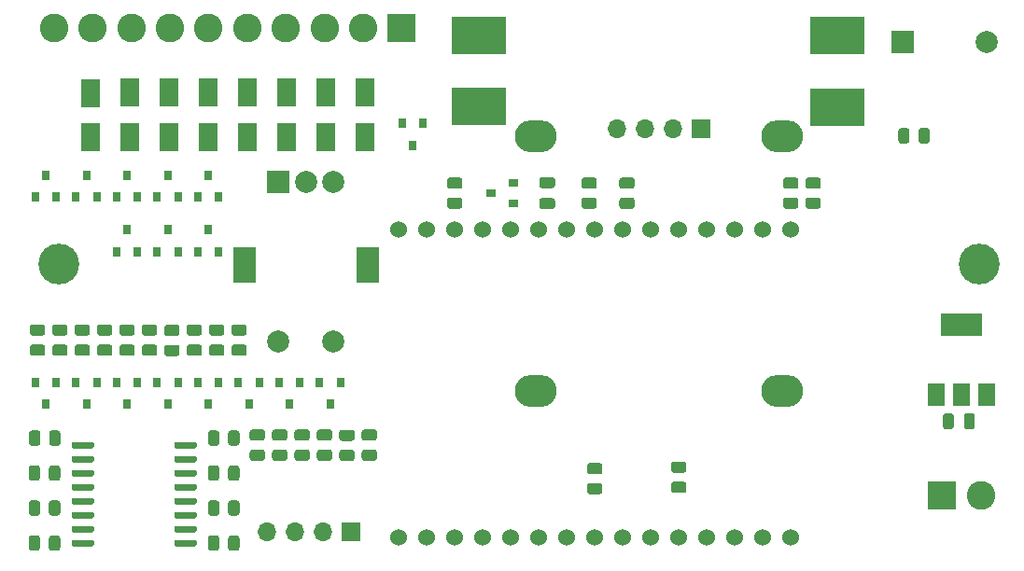
<source format=gts>
G04 #@! TF.GenerationSoftware,KiCad,Pcbnew,5.1.12-84ad8e8a86~92~ubuntu20.04.1*
G04 #@! TF.CreationDate,2022-01-09T20:13:27+01:00*
G04 #@! TF.ProjectId,ESPHome-Thermostat-pcb,45535048-6f6d-4652-9d54-6865726d6f73,1.0*
G04 #@! TF.SameCoordinates,Original*
G04 #@! TF.FileFunction,Soldermask,Top*
G04 #@! TF.FilePolarity,Negative*
%FSLAX46Y46*%
G04 Gerber Fmt 4.6, Leading zero omitted, Abs format (unit mm)*
G04 Created by KiCad (PCBNEW 5.1.12-84ad8e8a86~92~ubuntu20.04.1) date 2022-01-09 20:13:27*
%MOMM*%
%LPD*%
G01*
G04 APERTURE LIST*
%ADD10C,3.700000*%
%ADD11O,1.700000X1.700000*%
%ADD12R,1.700000X1.700000*%
%ADD13R,0.800000X0.900000*%
%ADD14C,2.600000*%
%ADD15R,2.600000X2.600000*%
%ADD16R,1.500000X2.000000*%
%ADD17R,3.800000X2.000000*%
%ADD18R,0.900000X0.800000*%
%ADD19R,1.800000X2.500000*%
%ADD20C,2.000000*%
%ADD21R,2.000000X2.000000*%
%ADD22R,5.000000X3.500000*%
%ADD23O,3.800000X2.900000*%
%ADD24C,1.524000*%
%ADD25R,2.000000X3.200000*%
G04 APERTURE END LIST*
D10*
X136750000Y-76500000D03*
X53250000Y-76500000D03*
D11*
X72136000Y-100838000D03*
X74676000Y-100838000D03*
X77216000Y-100838000D03*
D12*
X79756000Y-100838000D03*
G36*
G01*
X102304002Y-95612000D02*
X101403998Y-95612000D01*
G75*
G02*
X101154000Y-95362002I0J249998D01*
G01*
X101154000Y-94836998D01*
G75*
G02*
X101403998Y-94587000I249998J0D01*
G01*
X102304002Y-94587000D01*
G75*
G02*
X102554000Y-94836998I0J-249998D01*
G01*
X102554000Y-95362002D01*
G75*
G02*
X102304002Y-95612000I-249998J0D01*
G01*
G37*
G36*
G01*
X102304002Y-97437000D02*
X101403998Y-97437000D01*
G75*
G02*
X101154000Y-97187002I0J249998D01*
G01*
X101154000Y-96661998D01*
G75*
G02*
X101403998Y-96412000I249998J0D01*
G01*
X102304002Y-96412000D01*
G75*
G02*
X102554000Y-96661998I0J-249998D01*
G01*
X102554000Y-97187002D01*
G75*
G02*
X102304002Y-97437000I-249998J0D01*
G01*
G37*
G36*
G01*
X109023998Y-96285000D02*
X109924002Y-96285000D01*
G75*
G02*
X110174000Y-96534998I0J-249998D01*
G01*
X110174000Y-97060002D01*
G75*
G02*
X109924002Y-97310000I-249998J0D01*
G01*
X109023998Y-97310000D01*
G75*
G02*
X108774000Y-97060002I0J249998D01*
G01*
X108774000Y-96534998D01*
G75*
G02*
X109023998Y-96285000I249998J0D01*
G01*
G37*
G36*
G01*
X109023998Y-94460000D02*
X109924002Y-94460000D01*
G75*
G02*
X110174000Y-94709998I0J-249998D01*
G01*
X110174000Y-95235002D01*
G75*
G02*
X109924002Y-95485000I-249998J0D01*
G01*
X109023998Y-95485000D01*
G75*
G02*
X108774000Y-95235002I0J249998D01*
G01*
X108774000Y-94709998D01*
G75*
G02*
X109023998Y-94460000I249998J0D01*
G01*
G37*
G36*
G01*
X89604002Y-69704000D02*
X88703998Y-69704000D01*
G75*
G02*
X88454000Y-69454002I0J249998D01*
G01*
X88454000Y-68928998D01*
G75*
G02*
X88703998Y-68679000I249998J0D01*
G01*
X89604002Y-68679000D01*
G75*
G02*
X89854000Y-68928998I0J-249998D01*
G01*
X89854000Y-69454002D01*
G75*
G02*
X89604002Y-69704000I-249998J0D01*
G01*
G37*
G36*
G01*
X89604002Y-71529000D02*
X88703998Y-71529000D01*
G75*
G02*
X88454000Y-71279002I0J249998D01*
G01*
X88454000Y-70753998D01*
G75*
G02*
X88703998Y-70504000I249998J0D01*
G01*
X89604002Y-70504000D01*
G75*
G02*
X89854000Y-70753998I0J-249998D01*
G01*
X89854000Y-71279002D01*
G75*
G02*
X89604002Y-71529000I-249998J0D01*
G01*
G37*
D13*
X85344000Y-65770000D03*
X84394000Y-63770000D03*
X86294000Y-63770000D03*
G36*
G01*
X121215998Y-70504000D02*
X122116002Y-70504000D01*
G75*
G02*
X122366000Y-70753998I0J-249998D01*
G01*
X122366000Y-71279002D01*
G75*
G02*
X122116002Y-71529000I-249998J0D01*
G01*
X121215998Y-71529000D01*
G75*
G02*
X120966000Y-71279002I0J249998D01*
G01*
X120966000Y-70753998D01*
G75*
G02*
X121215998Y-70504000I249998J0D01*
G01*
G37*
G36*
G01*
X121215998Y-68679000D02*
X122116002Y-68679000D01*
G75*
G02*
X122366000Y-68928998I0J-249998D01*
G01*
X122366000Y-69454002D01*
G75*
G02*
X122116002Y-69704000I-249998J0D01*
G01*
X121215998Y-69704000D01*
G75*
G02*
X120966000Y-69454002I0J249998D01*
G01*
X120966000Y-68928998D01*
G75*
G02*
X121215998Y-68679000I249998J0D01*
G01*
G37*
G36*
G01*
X120084002Y-69704000D02*
X119183998Y-69704000D01*
G75*
G02*
X118934000Y-69454002I0J249998D01*
G01*
X118934000Y-68928998D01*
G75*
G02*
X119183998Y-68679000I249998J0D01*
G01*
X120084002Y-68679000D01*
G75*
G02*
X120334000Y-68928998I0J-249998D01*
G01*
X120334000Y-69454002D01*
G75*
G02*
X120084002Y-69704000I-249998J0D01*
G01*
G37*
G36*
G01*
X120084002Y-71529000D02*
X119183998Y-71529000D01*
G75*
G02*
X118934000Y-71279002I0J249998D01*
G01*
X118934000Y-70753998D01*
G75*
G02*
X119183998Y-70504000I249998J0D01*
G01*
X120084002Y-70504000D01*
G75*
G02*
X120334000Y-70753998I0J-249998D01*
G01*
X120334000Y-71279002D01*
G75*
G02*
X120084002Y-71529000I-249998J0D01*
G01*
G37*
G36*
G01*
X101796002Y-69704000D02*
X100895998Y-69704000D01*
G75*
G02*
X100646000Y-69454002I0J249998D01*
G01*
X100646000Y-68928998D01*
G75*
G02*
X100895998Y-68679000I249998J0D01*
G01*
X101796002Y-68679000D01*
G75*
G02*
X102046000Y-68928998I0J-249998D01*
G01*
X102046000Y-69454002D01*
G75*
G02*
X101796002Y-69704000I-249998J0D01*
G01*
G37*
G36*
G01*
X101796002Y-71529000D02*
X100895998Y-71529000D01*
G75*
G02*
X100646000Y-71279002I0J249998D01*
G01*
X100646000Y-70753998D01*
G75*
G02*
X100895998Y-70504000I249998J0D01*
G01*
X101796002Y-70504000D01*
G75*
G02*
X102046000Y-70753998I0J-249998D01*
G01*
X102046000Y-71279002D01*
G75*
G02*
X101796002Y-71529000I-249998J0D01*
G01*
G37*
G36*
G01*
X105225002Y-69704000D02*
X104324998Y-69704000D01*
G75*
G02*
X104075000Y-69454002I0J249998D01*
G01*
X104075000Y-68928998D01*
G75*
G02*
X104324998Y-68679000I249998J0D01*
G01*
X105225002Y-68679000D01*
G75*
G02*
X105475000Y-68928998I0J-249998D01*
G01*
X105475000Y-69454002D01*
G75*
G02*
X105225002Y-69704000I-249998J0D01*
G01*
G37*
G36*
G01*
X105225002Y-71529000D02*
X104324998Y-71529000D01*
G75*
G02*
X104075000Y-71279002I0J249998D01*
G01*
X104075000Y-70753998D01*
G75*
G02*
X104324998Y-70504000I249998J0D01*
G01*
X105225002Y-70504000D01*
G75*
G02*
X105475000Y-70753998I0J-249998D01*
G01*
X105475000Y-71279002D01*
G75*
G02*
X105225002Y-71529000I-249998J0D01*
G01*
G37*
G36*
G01*
X51566500Y-91878998D02*
X51566500Y-92779002D01*
G75*
G02*
X51316502Y-93029000I-249998J0D01*
G01*
X50791498Y-93029000D01*
G75*
G02*
X50541500Y-92779002I0J249998D01*
G01*
X50541500Y-91878998D01*
G75*
G02*
X50791498Y-91629000I249998J0D01*
G01*
X51316502Y-91629000D01*
G75*
G02*
X51566500Y-91878998I0J-249998D01*
G01*
G37*
G36*
G01*
X53391500Y-91878998D02*
X53391500Y-92779002D01*
G75*
G02*
X53141502Y-93029000I-249998J0D01*
G01*
X52616498Y-93029000D01*
G75*
G02*
X52366500Y-92779002I0J249998D01*
G01*
X52366500Y-91878998D01*
G75*
G02*
X52616498Y-91629000I249998J0D01*
G01*
X53141502Y-91629000D01*
G75*
G02*
X53391500Y-91878998I0J-249998D01*
G01*
G37*
G36*
G01*
X65982002Y-83039000D02*
X65081998Y-83039000D01*
G75*
G02*
X64832000Y-82789002I0J249998D01*
G01*
X64832000Y-82263998D01*
G75*
G02*
X65081998Y-82014000I249998J0D01*
G01*
X65982002Y-82014000D01*
G75*
G02*
X66232000Y-82263998I0J-249998D01*
G01*
X66232000Y-82789002D01*
G75*
G02*
X65982002Y-83039000I-249998J0D01*
G01*
G37*
G36*
G01*
X65982002Y-84864000D02*
X65081998Y-84864000D01*
G75*
G02*
X64832000Y-84614002I0J249998D01*
G01*
X64832000Y-84088998D01*
G75*
G02*
X65081998Y-83839000I249998J0D01*
G01*
X65982002Y-83839000D01*
G75*
G02*
X66232000Y-84088998I0J-249998D01*
G01*
X66232000Y-84614002D01*
G75*
G02*
X65982002Y-84864000I-249998J0D01*
G01*
G37*
G36*
G01*
X63049998Y-83862500D02*
X63950002Y-83862500D01*
G75*
G02*
X64200000Y-84112498I0J-249998D01*
G01*
X64200000Y-84637502D01*
G75*
G02*
X63950002Y-84887500I-249998J0D01*
G01*
X63049998Y-84887500D01*
G75*
G02*
X62800000Y-84637502I0J249998D01*
G01*
X62800000Y-84112498D01*
G75*
G02*
X63049998Y-83862500I249998J0D01*
G01*
G37*
G36*
G01*
X63049998Y-82037500D02*
X63950002Y-82037500D01*
G75*
G02*
X64200000Y-82287498I0J-249998D01*
G01*
X64200000Y-82812502D01*
G75*
G02*
X63950002Y-83062500I-249998J0D01*
G01*
X63049998Y-83062500D01*
G75*
G02*
X62800000Y-82812502I0J249998D01*
G01*
X62800000Y-82287498D01*
G75*
G02*
X63049998Y-82037500I249998J0D01*
G01*
G37*
G36*
G01*
X68599000Y-92779002D02*
X68599000Y-91878998D01*
G75*
G02*
X68848998Y-91629000I249998J0D01*
G01*
X69374002Y-91629000D01*
G75*
G02*
X69624000Y-91878998I0J-249998D01*
G01*
X69624000Y-92779002D01*
G75*
G02*
X69374002Y-93029000I-249998J0D01*
G01*
X68848998Y-93029000D01*
G75*
G02*
X68599000Y-92779002I0J249998D01*
G01*
G37*
G36*
G01*
X66774000Y-92779002D02*
X66774000Y-91878998D01*
G75*
G02*
X67023998Y-91629000I249998J0D01*
G01*
X67549002Y-91629000D01*
G75*
G02*
X67799000Y-91878998I0J-249998D01*
G01*
X67799000Y-92779002D01*
G75*
G02*
X67549002Y-93029000I-249998J0D01*
G01*
X67023998Y-93029000D01*
G75*
G02*
X66774000Y-92779002I0J249998D01*
G01*
G37*
G36*
G01*
X70046002Y-83039000D02*
X69145998Y-83039000D01*
G75*
G02*
X68896000Y-82789002I0J249998D01*
G01*
X68896000Y-82263998D01*
G75*
G02*
X69145998Y-82014000I249998J0D01*
G01*
X70046002Y-82014000D01*
G75*
G02*
X70296000Y-82263998I0J-249998D01*
G01*
X70296000Y-82789002D01*
G75*
G02*
X70046002Y-83039000I-249998J0D01*
G01*
G37*
G36*
G01*
X70046002Y-84864000D02*
X69145998Y-84864000D01*
G75*
G02*
X68896000Y-84614002I0J249998D01*
G01*
X68896000Y-84088998D01*
G75*
G02*
X69145998Y-83839000I249998J0D01*
G01*
X70046002Y-83839000D01*
G75*
G02*
X70296000Y-84088998I0J-249998D01*
G01*
X70296000Y-84614002D01*
G75*
G02*
X70046002Y-84864000I-249998J0D01*
G01*
G37*
G36*
G01*
X67113998Y-83839000D02*
X68014002Y-83839000D01*
G75*
G02*
X68264000Y-84088998I0J-249998D01*
G01*
X68264000Y-84614002D01*
G75*
G02*
X68014002Y-84864000I-249998J0D01*
G01*
X67113998Y-84864000D01*
G75*
G02*
X66864000Y-84614002I0J249998D01*
G01*
X66864000Y-84088998D01*
G75*
G02*
X67113998Y-83839000I249998J0D01*
G01*
G37*
G36*
G01*
X67113998Y-82014000D02*
X68014002Y-82014000D01*
G75*
G02*
X68264000Y-82263998I0J-249998D01*
G01*
X68264000Y-82789002D01*
G75*
G02*
X68014002Y-83039000I-249998J0D01*
G01*
X67113998Y-83039000D01*
G75*
G02*
X66864000Y-82789002I0J249998D01*
G01*
X66864000Y-82263998D01*
G75*
G02*
X67113998Y-82014000I249998J0D01*
G01*
G37*
G36*
G01*
X68599000Y-95954002D02*
X68599000Y-95053998D01*
G75*
G02*
X68848998Y-94804000I249998J0D01*
G01*
X69374002Y-94804000D01*
G75*
G02*
X69624000Y-95053998I0J-249998D01*
G01*
X69624000Y-95954002D01*
G75*
G02*
X69374002Y-96204000I-249998J0D01*
G01*
X68848998Y-96204000D01*
G75*
G02*
X68599000Y-95954002I0J249998D01*
G01*
G37*
G36*
G01*
X66774000Y-95954002D02*
X66774000Y-95053998D01*
G75*
G02*
X67023998Y-94804000I249998J0D01*
G01*
X67549002Y-94804000D01*
G75*
G02*
X67799000Y-95053998I0J-249998D01*
G01*
X67799000Y-95954002D01*
G75*
G02*
X67549002Y-96204000I-249998J0D01*
G01*
X67023998Y-96204000D01*
G75*
G02*
X66774000Y-95954002I0J249998D01*
G01*
G37*
G36*
G01*
X51543000Y-101403998D02*
X51543000Y-102304002D01*
G75*
G02*
X51293002Y-102554000I-249998J0D01*
G01*
X50767998Y-102554000D01*
G75*
G02*
X50518000Y-102304002I0J249998D01*
G01*
X50518000Y-101403998D01*
G75*
G02*
X50767998Y-101154000I249998J0D01*
G01*
X51293002Y-101154000D01*
G75*
G02*
X51543000Y-101403998I0J-249998D01*
G01*
G37*
G36*
G01*
X53368000Y-101403998D02*
X53368000Y-102304002D01*
G75*
G02*
X53118002Y-102554000I-249998J0D01*
G01*
X52592998Y-102554000D01*
G75*
G02*
X52343000Y-102304002I0J249998D01*
G01*
X52343000Y-101403998D01*
G75*
G02*
X52592998Y-101154000I249998J0D01*
G01*
X53118002Y-101154000D01*
G75*
G02*
X53368000Y-101403998I0J-249998D01*
G01*
G37*
G36*
G01*
X72828998Y-93364000D02*
X73729002Y-93364000D01*
G75*
G02*
X73979000Y-93613998I0J-249998D01*
G01*
X73979000Y-94139002D01*
G75*
G02*
X73729002Y-94389000I-249998J0D01*
G01*
X72828998Y-94389000D01*
G75*
G02*
X72579000Y-94139002I0J249998D01*
G01*
X72579000Y-93613998D01*
G75*
G02*
X72828998Y-93364000I249998J0D01*
G01*
G37*
G36*
G01*
X72828998Y-91539000D02*
X73729002Y-91539000D01*
G75*
G02*
X73979000Y-91788998I0J-249998D01*
G01*
X73979000Y-92314002D01*
G75*
G02*
X73729002Y-92564000I-249998J0D01*
G01*
X72828998Y-92564000D01*
G75*
G02*
X72579000Y-92314002I0J249998D01*
G01*
X72579000Y-91788998D01*
G75*
G02*
X72828998Y-91539000I249998J0D01*
G01*
G37*
G36*
G01*
X71697002Y-92564000D02*
X70796998Y-92564000D01*
G75*
G02*
X70547000Y-92314002I0J249998D01*
G01*
X70547000Y-91788998D01*
G75*
G02*
X70796998Y-91539000I249998J0D01*
G01*
X71697002Y-91539000D01*
G75*
G02*
X71947000Y-91788998I0J-249998D01*
G01*
X71947000Y-92314002D01*
G75*
G02*
X71697002Y-92564000I-249998J0D01*
G01*
G37*
G36*
G01*
X71697002Y-94389000D02*
X70796998Y-94389000D01*
G75*
G02*
X70547000Y-94139002I0J249998D01*
G01*
X70547000Y-93613998D01*
G75*
G02*
X70796998Y-93364000I249998J0D01*
G01*
X71697002Y-93364000D01*
G75*
G02*
X71947000Y-93613998I0J-249998D01*
G01*
X71947000Y-94139002D01*
G75*
G02*
X71697002Y-94389000I-249998J0D01*
G01*
G37*
G36*
G01*
X53790002Y-83039000D02*
X52889998Y-83039000D01*
G75*
G02*
X52640000Y-82789002I0J249998D01*
G01*
X52640000Y-82263998D01*
G75*
G02*
X52889998Y-82014000I249998J0D01*
G01*
X53790002Y-82014000D01*
G75*
G02*
X54040000Y-82263998I0J-249998D01*
G01*
X54040000Y-82789002D01*
G75*
G02*
X53790002Y-83039000I-249998J0D01*
G01*
G37*
G36*
G01*
X53790002Y-84864000D02*
X52889998Y-84864000D01*
G75*
G02*
X52640000Y-84614002I0J249998D01*
G01*
X52640000Y-84088998D01*
G75*
G02*
X52889998Y-83839000I249998J0D01*
G01*
X53790002Y-83839000D01*
G75*
G02*
X54040000Y-84088998I0J-249998D01*
G01*
X54040000Y-84614002D01*
G75*
G02*
X53790002Y-84864000I-249998J0D01*
G01*
G37*
G36*
G01*
X50857998Y-83839000D02*
X51758002Y-83839000D01*
G75*
G02*
X52008000Y-84088998I0J-249998D01*
G01*
X52008000Y-84614002D01*
G75*
G02*
X51758002Y-84864000I-249998J0D01*
G01*
X50857998Y-84864000D01*
G75*
G02*
X50608000Y-84614002I0J249998D01*
G01*
X50608000Y-84088998D01*
G75*
G02*
X50857998Y-83839000I249998J0D01*
G01*
G37*
G36*
G01*
X50857998Y-82014000D02*
X51758002Y-82014000D01*
G75*
G02*
X52008000Y-82263998I0J-249998D01*
G01*
X52008000Y-82789002D01*
G75*
G02*
X51758002Y-83039000I-249998J0D01*
G01*
X50857998Y-83039000D01*
G75*
G02*
X50608000Y-82789002I0J249998D01*
G01*
X50608000Y-82263998D01*
G75*
G02*
X50857998Y-82014000I249998J0D01*
G01*
G37*
G36*
G01*
X51543000Y-98228998D02*
X51543000Y-99129002D01*
G75*
G02*
X51293002Y-99379000I-249998J0D01*
G01*
X50767998Y-99379000D01*
G75*
G02*
X50518000Y-99129002I0J249998D01*
G01*
X50518000Y-98228998D01*
G75*
G02*
X50767998Y-97979000I249998J0D01*
G01*
X51293002Y-97979000D01*
G75*
G02*
X51543000Y-98228998I0J-249998D01*
G01*
G37*
G36*
G01*
X53368000Y-98228998D02*
X53368000Y-99129002D01*
G75*
G02*
X53118002Y-99379000I-249998J0D01*
G01*
X52592998Y-99379000D01*
G75*
G02*
X52343000Y-99129002I0J249998D01*
G01*
X52343000Y-98228998D01*
G75*
G02*
X52592998Y-97979000I249998J0D01*
G01*
X53118002Y-97979000D01*
G75*
G02*
X53368000Y-98228998I0J-249998D01*
G01*
G37*
G36*
G01*
X68599000Y-99129002D02*
X68599000Y-98228998D01*
G75*
G02*
X68848998Y-97979000I249998J0D01*
G01*
X69374002Y-97979000D01*
G75*
G02*
X69624000Y-98228998I0J-249998D01*
G01*
X69624000Y-99129002D01*
G75*
G02*
X69374002Y-99379000I-249998J0D01*
G01*
X68848998Y-99379000D01*
G75*
G02*
X68599000Y-99129002I0J249998D01*
G01*
G37*
G36*
G01*
X66774000Y-99129002D02*
X66774000Y-98228998D01*
G75*
G02*
X67023998Y-97979000I249998J0D01*
G01*
X67549002Y-97979000D01*
G75*
G02*
X67799000Y-98228998I0J-249998D01*
G01*
X67799000Y-99129002D01*
G75*
G02*
X67549002Y-99379000I-249998J0D01*
G01*
X67023998Y-99379000D01*
G75*
G02*
X66774000Y-99129002I0J249998D01*
G01*
G37*
G36*
G01*
X57854002Y-83039000D02*
X56953998Y-83039000D01*
G75*
G02*
X56704000Y-82789002I0J249998D01*
G01*
X56704000Y-82263998D01*
G75*
G02*
X56953998Y-82014000I249998J0D01*
G01*
X57854002Y-82014000D01*
G75*
G02*
X58104000Y-82263998I0J-249998D01*
G01*
X58104000Y-82789002D01*
G75*
G02*
X57854002Y-83039000I-249998J0D01*
G01*
G37*
G36*
G01*
X57854002Y-84864000D02*
X56953998Y-84864000D01*
G75*
G02*
X56704000Y-84614002I0J249998D01*
G01*
X56704000Y-84088998D01*
G75*
G02*
X56953998Y-83839000I249998J0D01*
G01*
X57854002Y-83839000D01*
G75*
G02*
X58104000Y-84088998I0J-249998D01*
G01*
X58104000Y-84614002D01*
G75*
G02*
X57854002Y-84864000I-249998J0D01*
G01*
G37*
G36*
G01*
X54921998Y-83839000D02*
X55822002Y-83839000D01*
G75*
G02*
X56072000Y-84088998I0J-249998D01*
G01*
X56072000Y-84614002D01*
G75*
G02*
X55822002Y-84864000I-249998J0D01*
G01*
X54921998Y-84864000D01*
G75*
G02*
X54672000Y-84614002I0J249998D01*
G01*
X54672000Y-84088998D01*
G75*
G02*
X54921998Y-83839000I249998J0D01*
G01*
G37*
G36*
G01*
X54921998Y-82014000D02*
X55822002Y-82014000D01*
G75*
G02*
X56072000Y-82263998I0J-249998D01*
G01*
X56072000Y-82789002D01*
G75*
G02*
X55822002Y-83039000I-249998J0D01*
G01*
X54921998Y-83039000D01*
G75*
G02*
X54672000Y-82789002I0J249998D01*
G01*
X54672000Y-82263998D01*
G75*
G02*
X54921998Y-82014000I249998J0D01*
G01*
G37*
G36*
G01*
X76892998Y-93364000D02*
X77793002Y-93364000D01*
G75*
G02*
X78043000Y-93613998I0J-249998D01*
G01*
X78043000Y-94139002D01*
G75*
G02*
X77793002Y-94389000I-249998J0D01*
G01*
X76892998Y-94389000D01*
G75*
G02*
X76643000Y-94139002I0J249998D01*
G01*
X76643000Y-93613998D01*
G75*
G02*
X76892998Y-93364000I249998J0D01*
G01*
G37*
G36*
G01*
X76892998Y-91539000D02*
X77793002Y-91539000D01*
G75*
G02*
X78043000Y-91788998I0J-249998D01*
G01*
X78043000Y-92314002D01*
G75*
G02*
X77793002Y-92564000I-249998J0D01*
G01*
X76892998Y-92564000D01*
G75*
G02*
X76643000Y-92314002I0J249998D01*
G01*
X76643000Y-91788998D01*
G75*
G02*
X76892998Y-91539000I249998J0D01*
G01*
G37*
G36*
G01*
X75761002Y-92564000D02*
X74860998Y-92564000D01*
G75*
G02*
X74611000Y-92314002I0J249998D01*
G01*
X74611000Y-91788998D01*
G75*
G02*
X74860998Y-91539000I249998J0D01*
G01*
X75761002Y-91539000D01*
G75*
G02*
X76011000Y-91788998I0J-249998D01*
G01*
X76011000Y-92314002D01*
G75*
G02*
X75761002Y-92564000I-249998J0D01*
G01*
G37*
G36*
G01*
X75761002Y-94389000D02*
X74860998Y-94389000D01*
G75*
G02*
X74611000Y-94139002I0J249998D01*
G01*
X74611000Y-93613998D01*
G75*
G02*
X74860998Y-93364000I249998J0D01*
G01*
X75761002Y-93364000D01*
G75*
G02*
X76011000Y-93613998I0J-249998D01*
G01*
X76011000Y-94139002D01*
G75*
G02*
X75761002Y-94389000I-249998J0D01*
G01*
G37*
G36*
G01*
X51543000Y-95053998D02*
X51543000Y-95954002D01*
G75*
G02*
X51293002Y-96204000I-249998J0D01*
G01*
X50767998Y-96204000D01*
G75*
G02*
X50518000Y-95954002I0J249998D01*
G01*
X50518000Y-95053998D01*
G75*
G02*
X50767998Y-94804000I249998J0D01*
G01*
X51293002Y-94804000D01*
G75*
G02*
X51543000Y-95053998I0J-249998D01*
G01*
G37*
G36*
G01*
X53368000Y-95053998D02*
X53368000Y-95954002D01*
G75*
G02*
X53118002Y-96204000I-249998J0D01*
G01*
X52592998Y-96204000D01*
G75*
G02*
X52343000Y-95954002I0J249998D01*
G01*
X52343000Y-95053998D01*
G75*
G02*
X52592998Y-94804000I249998J0D01*
G01*
X53118002Y-94804000D01*
G75*
G02*
X53368000Y-95053998I0J-249998D01*
G01*
G37*
G36*
G01*
X61918002Y-83039000D02*
X61017998Y-83039000D01*
G75*
G02*
X60768000Y-82789002I0J249998D01*
G01*
X60768000Y-82263998D01*
G75*
G02*
X61017998Y-82014000I249998J0D01*
G01*
X61918002Y-82014000D01*
G75*
G02*
X62168000Y-82263998I0J-249998D01*
G01*
X62168000Y-82789002D01*
G75*
G02*
X61918002Y-83039000I-249998J0D01*
G01*
G37*
G36*
G01*
X61918002Y-84864000D02*
X61017998Y-84864000D01*
G75*
G02*
X60768000Y-84614002I0J249998D01*
G01*
X60768000Y-84088998D01*
G75*
G02*
X61017998Y-83839000I249998J0D01*
G01*
X61918002Y-83839000D01*
G75*
G02*
X62168000Y-84088998I0J-249998D01*
G01*
X62168000Y-84614002D01*
G75*
G02*
X61918002Y-84864000I-249998J0D01*
G01*
G37*
G36*
G01*
X58985998Y-83839000D02*
X59886002Y-83839000D01*
G75*
G02*
X60136000Y-84088998I0J-249998D01*
G01*
X60136000Y-84614002D01*
G75*
G02*
X59886002Y-84864000I-249998J0D01*
G01*
X58985998Y-84864000D01*
G75*
G02*
X58736000Y-84614002I0J249998D01*
G01*
X58736000Y-84088998D01*
G75*
G02*
X58985998Y-83839000I249998J0D01*
G01*
G37*
G36*
G01*
X58985998Y-82014000D02*
X59886002Y-82014000D01*
G75*
G02*
X60136000Y-82263998I0J-249998D01*
G01*
X60136000Y-82789002D01*
G75*
G02*
X59886002Y-83039000I-249998J0D01*
G01*
X58985998Y-83039000D01*
G75*
G02*
X58736000Y-82789002I0J249998D01*
G01*
X58736000Y-82263998D01*
G75*
G02*
X58985998Y-82014000I249998J0D01*
G01*
G37*
G36*
G01*
X68599000Y-102304002D02*
X68599000Y-101403998D01*
G75*
G02*
X68848998Y-101154000I249998J0D01*
G01*
X69374002Y-101154000D01*
G75*
G02*
X69624000Y-101403998I0J-249998D01*
G01*
X69624000Y-102304002D01*
G75*
G02*
X69374002Y-102554000I-249998J0D01*
G01*
X68848998Y-102554000D01*
G75*
G02*
X68599000Y-102304002I0J249998D01*
G01*
G37*
G36*
G01*
X66774000Y-102304002D02*
X66774000Y-101403998D01*
G75*
G02*
X67023998Y-101154000I249998J0D01*
G01*
X67549002Y-101154000D01*
G75*
G02*
X67799000Y-101403998I0J-249998D01*
G01*
X67799000Y-102304002D01*
G75*
G02*
X67549002Y-102554000I-249998J0D01*
G01*
X67023998Y-102554000D01*
G75*
G02*
X66774000Y-102304002I0J249998D01*
G01*
G37*
G36*
G01*
X80956998Y-93364000D02*
X81857002Y-93364000D01*
G75*
G02*
X82107000Y-93613998I0J-249998D01*
G01*
X82107000Y-94139002D01*
G75*
G02*
X81857002Y-94389000I-249998J0D01*
G01*
X80956998Y-94389000D01*
G75*
G02*
X80707000Y-94139002I0J249998D01*
G01*
X80707000Y-93613998D01*
G75*
G02*
X80956998Y-93364000I249998J0D01*
G01*
G37*
G36*
G01*
X80956998Y-91539000D02*
X81857002Y-91539000D01*
G75*
G02*
X82107000Y-91788998I0J-249998D01*
G01*
X82107000Y-92314002D01*
G75*
G02*
X81857002Y-92564000I-249998J0D01*
G01*
X80956998Y-92564000D01*
G75*
G02*
X80707000Y-92314002I0J249998D01*
G01*
X80707000Y-91788998D01*
G75*
G02*
X80956998Y-91539000I249998J0D01*
G01*
G37*
G36*
G01*
X79825002Y-92587500D02*
X78924998Y-92587500D01*
G75*
G02*
X78675000Y-92337502I0J249998D01*
G01*
X78675000Y-91812498D01*
G75*
G02*
X78924998Y-91562500I249998J0D01*
G01*
X79825002Y-91562500D01*
G75*
G02*
X80075000Y-91812498I0J-249998D01*
G01*
X80075000Y-92337502D01*
G75*
G02*
X79825002Y-92587500I-249998J0D01*
G01*
G37*
G36*
G01*
X79825002Y-94412500D02*
X78924998Y-94412500D01*
G75*
G02*
X78675000Y-94162502I0J249998D01*
G01*
X78675000Y-93637498D01*
G75*
G02*
X78924998Y-93387500I249998J0D01*
G01*
X79825002Y-93387500D01*
G75*
G02*
X80075000Y-93637498I0J-249998D01*
G01*
X80075000Y-94162502D01*
G75*
G02*
X79825002Y-94412500I-249998J0D01*
G01*
G37*
G36*
G01*
X131210000Y-65347002D02*
X131210000Y-64446998D01*
G75*
G02*
X131459998Y-64197000I249998J0D01*
G01*
X131985002Y-64197000D01*
G75*
G02*
X132235000Y-64446998I0J-249998D01*
G01*
X132235000Y-65347002D01*
G75*
G02*
X131985002Y-65597000I-249998J0D01*
G01*
X131459998Y-65597000D01*
G75*
G02*
X131210000Y-65347002I0J249998D01*
G01*
G37*
G36*
G01*
X129385000Y-65347002D02*
X129385000Y-64446998D01*
G75*
G02*
X129634998Y-64197000I249998J0D01*
G01*
X130160002Y-64197000D01*
G75*
G02*
X130410000Y-64446998I0J-249998D01*
G01*
X130410000Y-65347002D01*
G75*
G02*
X130160002Y-65597000I-249998J0D01*
G01*
X129634998Y-65597000D01*
G75*
G02*
X129385000Y-65347002I0J249998D01*
G01*
G37*
D14*
X136850000Y-97536000D03*
D15*
X133350000Y-97536000D03*
G36*
G01*
X134424000Y-90330000D02*
X134424000Y-91280000D01*
G75*
G02*
X134174000Y-91530000I-250000J0D01*
G01*
X133674000Y-91530000D01*
G75*
G02*
X133424000Y-91280000I0J250000D01*
G01*
X133424000Y-90330000D01*
G75*
G02*
X133674000Y-90080000I250000J0D01*
G01*
X134174000Y-90080000D01*
G75*
G02*
X134424000Y-90330000I0J-250000D01*
G01*
G37*
G36*
G01*
X136324000Y-90330000D02*
X136324000Y-91280000D01*
G75*
G02*
X136074000Y-91530000I-250000J0D01*
G01*
X135574000Y-91530000D01*
G75*
G02*
X135324000Y-91280000I0J250000D01*
G01*
X135324000Y-90330000D01*
G75*
G02*
X135574000Y-90080000I250000J0D01*
G01*
X136074000Y-90080000D01*
G75*
G02*
X136324000Y-90330000I0J-250000D01*
G01*
G37*
G36*
G01*
X97061000Y-70554000D02*
X98011000Y-70554000D01*
G75*
G02*
X98261000Y-70804000I0J-250000D01*
G01*
X98261000Y-71304000D01*
G75*
G02*
X98011000Y-71554000I-250000J0D01*
G01*
X97061000Y-71554000D01*
G75*
G02*
X96811000Y-71304000I0J250000D01*
G01*
X96811000Y-70804000D01*
G75*
G02*
X97061000Y-70554000I250000J0D01*
G01*
G37*
G36*
G01*
X97061000Y-68654000D02*
X98011000Y-68654000D01*
G75*
G02*
X98261000Y-68904000I0J-250000D01*
G01*
X98261000Y-69404000D01*
G75*
G02*
X98011000Y-69654000I-250000J0D01*
G01*
X97061000Y-69654000D01*
G75*
G02*
X96811000Y-69404000I0J250000D01*
G01*
X96811000Y-68904000D01*
G75*
G02*
X97061000Y-68654000I250000J0D01*
G01*
G37*
D16*
X132828000Y-88367000D03*
X137428000Y-88367000D03*
X135128000Y-88367000D03*
D17*
X135128000Y-82067000D03*
D18*
X92472000Y-70104000D03*
X94472000Y-69154000D03*
X94472000Y-71054000D03*
D13*
X63119000Y-68469000D03*
X64069000Y-70469000D03*
X62169000Y-70469000D03*
X63119000Y-89265000D03*
X62169000Y-87265000D03*
X64069000Y-87265000D03*
X66802000Y-68469000D03*
X67752000Y-70469000D03*
X65852000Y-70469000D03*
X66802000Y-89265000D03*
X65852000Y-87265000D03*
X67752000Y-87265000D03*
X59436000Y-73422000D03*
X60386000Y-75422000D03*
X58486000Y-75422000D03*
X70485000Y-89265000D03*
X69535000Y-87265000D03*
X71435000Y-87265000D03*
X52070000Y-68469000D03*
X53020000Y-70469000D03*
X51120000Y-70469000D03*
X52070000Y-89265000D03*
X51120000Y-87265000D03*
X53020000Y-87265000D03*
X55753000Y-68469000D03*
X56703000Y-70469000D03*
X54803000Y-70469000D03*
X63119000Y-73422000D03*
X64069000Y-75422000D03*
X62169000Y-75422000D03*
X55753000Y-89265000D03*
X54803000Y-87265000D03*
X56703000Y-87265000D03*
X74168000Y-89265000D03*
X73218000Y-87265000D03*
X75118000Y-87265000D03*
X59436000Y-68469000D03*
X60386000Y-70469000D03*
X58486000Y-70469000D03*
X59436000Y-89265000D03*
X58486000Y-87265000D03*
X60386000Y-87265000D03*
D19*
X66802000Y-64992000D03*
X66802000Y-60992000D03*
X70358000Y-64992000D03*
X70358000Y-60992000D03*
X73914000Y-64992000D03*
X73914000Y-60992000D03*
X56134000Y-65024000D03*
X56134000Y-61024000D03*
X59690000Y-64992000D03*
X59690000Y-60992000D03*
X77470000Y-64992000D03*
X77470000Y-60992000D03*
X63246000Y-64992000D03*
X63246000Y-60992000D03*
X81026000Y-64992000D03*
X81026000Y-60992000D03*
D13*
X77851000Y-89265000D03*
X76901000Y-87265000D03*
X78801000Y-87265000D03*
X66802000Y-73422000D03*
X67752000Y-75422000D03*
X65852000Y-75422000D03*
D20*
X137394000Y-56388000D03*
D21*
X129794000Y-56388000D03*
G36*
G01*
X56446000Y-101704000D02*
X56446000Y-102004000D01*
G75*
G02*
X56296000Y-102154000I-150000J0D01*
G01*
X54546000Y-102154000D01*
G75*
G02*
X54396000Y-102004000I0J150000D01*
G01*
X54396000Y-101704000D01*
G75*
G02*
X54546000Y-101554000I150000J0D01*
G01*
X56296000Y-101554000D01*
G75*
G02*
X56446000Y-101704000I0J-150000D01*
G01*
G37*
G36*
G01*
X56446000Y-100434000D02*
X56446000Y-100734000D01*
G75*
G02*
X56296000Y-100884000I-150000J0D01*
G01*
X54546000Y-100884000D01*
G75*
G02*
X54396000Y-100734000I0J150000D01*
G01*
X54396000Y-100434000D01*
G75*
G02*
X54546000Y-100284000I150000J0D01*
G01*
X56296000Y-100284000D01*
G75*
G02*
X56446000Y-100434000I0J-150000D01*
G01*
G37*
G36*
G01*
X56446000Y-99164000D02*
X56446000Y-99464000D01*
G75*
G02*
X56296000Y-99614000I-150000J0D01*
G01*
X54546000Y-99614000D01*
G75*
G02*
X54396000Y-99464000I0J150000D01*
G01*
X54396000Y-99164000D01*
G75*
G02*
X54546000Y-99014000I150000J0D01*
G01*
X56296000Y-99014000D01*
G75*
G02*
X56446000Y-99164000I0J-150000D01*
G01*
G37*
G36*
G01*
X56446000Y-97894000D02*
X56446000Y-98194000D01*
G75*
G02*
X56296000Y-98344000I-150000J0D01*
G01*
X54546000Y-98344000D01*
G75*
G02*
X54396000Y-98194000I0J150000D01*
G01*
X54396000Y-97894000D01*
G75*
G02*
X54546000Y-97744000I150000J0D01*
G01*
X56296000Y-97744000D01*
G75*
G02*
X56446000Y-97894000I0J-150000D01*
G01*
G37*
G36*
G01*
X56446000Y-96624000D02*
X56446000Y-96924000D01*
G75*
G02*
X56296000Y-97074000I-150000J0D01*
G01*
X54546000Y-97074000D01*
G75*
G02*
X54396000Y-96924000I0J150000D01*
G01*
X54396000Y-96624000D01*
G75*
G02*
X54546000Y-96474000I150000J0D01*
G01*
X56296000Y-96474000D01*
G75*
G02*
X56446000Y-96624000I0J-150000D01*
G01*
G37*
G36*
G01*
X56446000Y-95354000D02*
X56446000Y-95654000D01*
G75*
G02*
X56296000Y-95804000I-150000J0D01*
G01*
X54546000Y-95804000D01*
G75*
G02*
X54396000Y-95654000I0J150000D01*
G01*
X54396000Y-95354000D01*
G75*
G02*
X54546000Y-95204000I150000J0D01*
G01*
X56296000Y-95204000D01*
G75*
G02*
X56446000Y-95354000I0J-150000D01*
G01*
G37*
G36*
G01*
X56446000Y-94084000D02*
X56446000Y-94384000D01*
G75*
G02*
X56296000Y-94534000I-150000J0D01*
G01*
X54546000Y-94534000D01*
G75*
G02*
X54396000Y-94384000I0J150000D01*
G01*
X54396000Y-94084000D01*
G75*
G02*
X54546000Y-93934000I150000J0D01*
G01*
X56296000Y-93934000D01*
G75*
G02*
X56446000Y-94084000I0J-150000D01*
G01*
G37*
G36*
G01*
X56446000Y-92814000D02*
X56446000Y-93114000D01*
G75*
G02*
X56296000Y-93264000I-150000J0D01*
G01*
X54546000Y-93264000D01*
G75*
G02*
X54396000Y-93114000I0J150000D01*
G01*
X54396000Y-92814000D01*
G75*
G02*
X54546000Y-92664000I150000J0D01*
G01*
X56296000Y-92664000D01*
G75*
G02*
X56446000Y-92814000I0J-150000D01*
G01*
G37*
G36*
G01*
X65746000Y-92814000D02*
X65746000Y-93114000D01*
G75*
G02*
X65596000Y-93264000I-150000J0D01*
G01*
X63846000Y-93264000D01*
G75*
G02*
X63696000Y-93114000I0J150000D01*
G01*
X63696000Y-92814000D01*
G75*
G02*
X63846000Y-92664000I150000J0D01*
G01*
X65596000Y-92664000D01*
G75*
G02*
X65746000Y-92814000I0J-150000D01*
G01*
G37*
G36*
G01*
X65746000Y-94084000D02*
X65746000Y-94384000D01*
G75*
G02*
X65596000Y-94534000I-150000J0D01*
G01*
X63846000Y-94534000D01*
G75*
G02*
X63696000Y-94384000I0J150000D01*
G01*
X63696000Y-94084000D01*
G75*
G02*
X63846000Y-93934000I150000J0D01*
G01*
X65596000Y-93934000D01*
G75*
G02*
X65746000Y-94084000I0J-150000D01*
G01*
G37*
G36*
G01*
X65746000Y-95354000D02*
X65746000Y-95654000D01*
G75*
G02*
X65596000Y-95804000I-150000J0D01*
G01*
X63846000Y-95804000D01*
G75*
G02*
X63696000Y-95654000I0J150000D01*
G01*
X63696000Y-95354000D01*
G75*
G02*
X63846000Y-95204000I150000J0D01*
G01*
X65596000Y-95204000D01*
G75*
G02*
X65746000Y-95354000I0J-150000D01*
G01*
G37*
G36*
G01*
X65746000Y-96624000D02*
X65746000Y-96924000D01*
G75*
G02*
X65596000Y-97074000I-150000J0D01*
G01*
X63846000Y-97074000D01*
G75*
G02*
X63696000Y-96924000I0J150000D01*
G01*
X63696000Y-96624000D01*
G75*
G02*
X63846000Y-96474000I150000J0D01*
G01*
X65596000Y-96474000D01*
G75*
G02*
X65746000Y-96624000I0J-150000D01*
G01*
G37*
G36*
G01*
X65746000Y-97894000D02*
X65746000Y-98194000D01*
G75*
G02*
X65596000Y-98344000I-150000J0D01*
G01*
X63846000Y-98344000D01*
G75*
G02*
X63696000Y-98194000I0J150000D01*
G01*
X63696000Y-97894000D01*
G75*
G02*
X63846000Y-97744000I150000J0D01*
G01*
X65596000Y-97744000D01*
G75*
G02*
X65746000Y-97894000I0J-150000D01*
G01*
G37*
G36*
G01*
X65746000Y-99164000D02*
X65746000Y-99464000D01*
G75*
G02*
X65596000Y-99614000I-150000J0D01*
G01*
X63846000Y-99614000D01*
G75*
G02*
X63696000Y-99464000I0J150000D01*
G01*
X63696000Y-99164000D01*
G75*
G02*
X63846000Y-99014000I150000J0D01*
G01*
X65596000Y-99014000D01*
G75*
G02*
X65746000Y-99164000I0J-150000D01*
G01*
G37*
G36*
G01*
X65746000Y-100434000D02*
X65746000Y-100734000D01*
G75*
G02*
X65596000Y-100884000I-150000J0D01*
G01*
X63846000Y-100884000D01*
G75*
G02*
X63696000Y-100734000I0J150000D01*
G01*
X63696000Y-100434000D01*
G75*
G02*
X63846000Y-100284000I150000J0D01*
G01*
X65596000Y-100284000D01*
G75*
G02*
X65746000Y-100434000I0J-150000D01*
G01*
G37*
G36*
G01*
X65746000Y-101704000D02*
X65746000Y-102004000D01*
G75*
G02*
X65596000Y-102154000I-150000J0D01*
G01*
X63846000Y-102154000D01*
G75*
G02*
X63696000Y-102004000I0J150000D01*
G01*
X63696000Y-101704000D01*
G75*
G02*
X63846000Y-101554000I150000J0D01*
G01*
X65596000Y-101554000D01*
G75*
G02*
X65746000Y-101704000I0J-150000D01*
G01*
G37*
D14*
X52828000Y-55118000D03*
X56328000Y-55118000D03*
X59828000Y-55118000D03*
X63328000Y-55118000D03*
X66828000Y-55118000D03*
X70328000Y-55118000D03*
X73828000Y-55118000D03*
X77328000Y-55118000D03*
X80828000Y-55118000D03*
D15*
X84328000Y-55118000D03*
D22*
X123821100Y-62279600D03*
X123821100Y-55779600D03*
X91321100Y-55779600D03*
X91321100Y-62229600D03*
D11*
X103886000Y-64262000D03*
X106426000Y-64262000D03*
D12*
X111506000Y-64262000D03*
D11*
X108966000Y-64262000D03*
D23*
X118872000Y-88011000D03*
X96520000Y-88011000D03*
X96520000Y-64897000D03*
X118872000Y-64897000D03*
D24*
X119634000Y-101346000D03*
X117094000Y-101346000D03*
X114554000Y-101346000D03*
X112014000Y-101346000D03*
X109474000Y-101346000D03*
X106934000Y-101346000D03*
X104394000Y-101346000D03*
X101854000Y-101346000D03*
X99314000Y-101346000D03*
X96774000Y-101346000D03*
X94234000Y-101346000D03*
X91694000Y-101346000D03*
X89154000Y-101346000D03*
X86614000Y-101346000D03*
X84074000Y-101346000D03*
X84074000Y-73406000D03*
X86614000Y-73406000D03*
X89154000Y-73406000D03*
X91694000Y-73406000D03*
X94234000Y-73406000D03*
X96774000Y-73406000D03*
X99314000Y-73406000D03*
X101854000Y-73406000D03*
X104394000Y-73406000D03*
X106934000Y-73406000D03*
X109474000Y-73406000D03*
X112014000Y-73406000D03*
X114554000Y-73406000D03*
X117094000Y-73406000D03*
X119634000Y-73406000D03*
D21*
X73152000Y-69088000D03*
D20*
X75652000Y-69088000D03*
X78152000Y-69088000D03*
D25*
X70052000Y-76588000D03*
X81252000Y-76588000D03*
D20*
X73152000Y-83588000D03*
X78152000Y-83588000D03*
M02*

</source>
